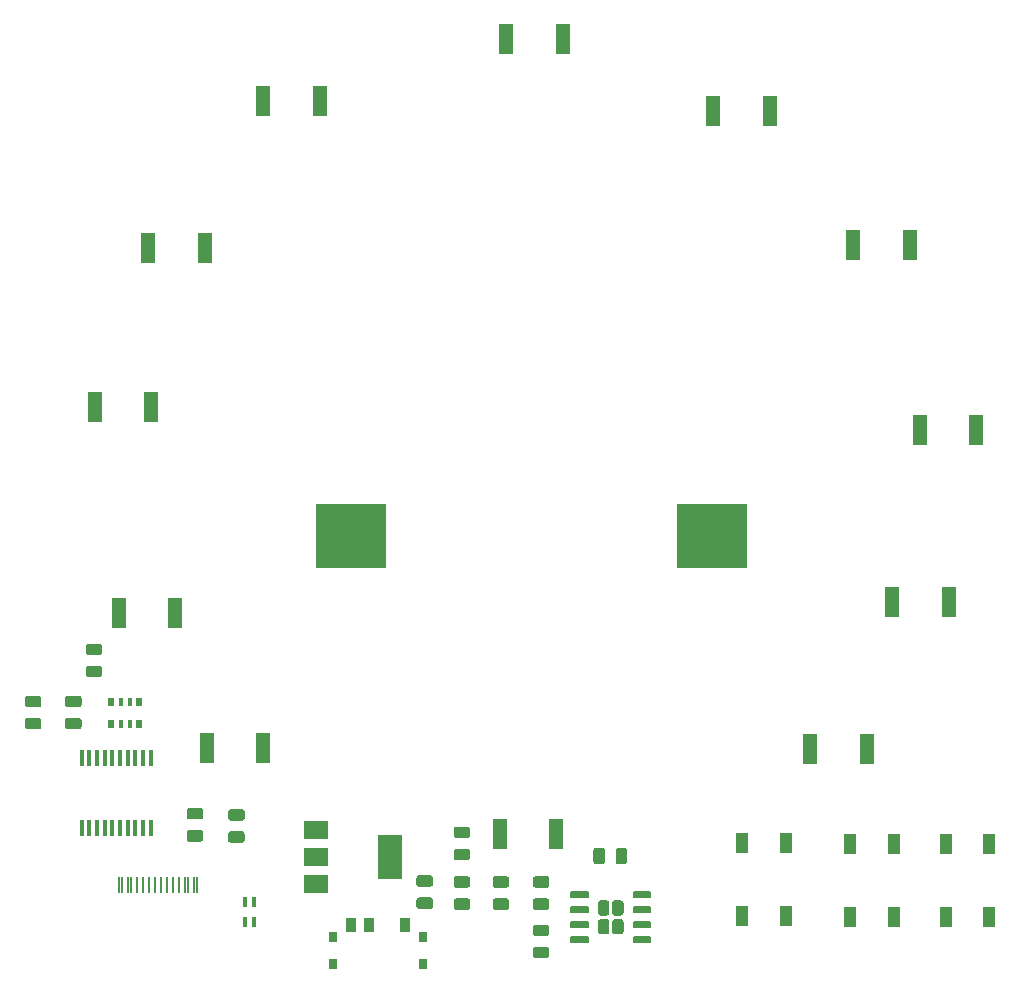
<source format=gbr>
G04 #@! TF.GenerationSoftware,KiCad,Pcbnew,5.1.5*
G04 #@! TF.CreationDate,2020-02-13T15:58:18-06:00*
G04 #@! TF.ProjectId,FJE Badge,464a4520-4261-4646-9765-2e6b69636164,rev?*
G04 #@! TF.SameCoordinates,Original*
G04 #@! TF.FileFunction,Paste,Bot*
G04 #@! TF.FilePolarity,Positive*
%FSLAX46Y46*%
G04 Gerber Fmt 4.6, Leading zero omitted, Abs format (unit mm)*
G04 Created by KiCad (PCBNEW 5.1.5) date 2020-02-13 15:58:18*
%MOMM*%
%LPD*%
G04 APERTURE LIST*
%ADD10R,1.200000X2.600000*%
%ADD11R,6.000000X5.500000*%
%ADD12C,0.100000*%
%ADD13R,0.250000X1.400000*%
%ADD14R,0.900000X1.250000*%
%ADD15R,0.800000X0.900000*%
%ADD16R,0.400000X0.900000*%
%ADD17R,0.500000X0.800000*%
%ADD18R,0.400000X0.800000*%
%ADD19R,1.100000X1.800000*%
%ADD20R,2.000000X3.800000*%
%ADD21R,2.000000X1.500000*%
%ADD22R,0.450000X1.450000*%
G04 APERTURE END LIST*
D10*
X157700000Y-131400000D03*
X152900000Y-131400000D03*
D11*
X140300000Y-106200000D03*
X170900000Y-106200000D03*
D12*
G36*
X156880142Y-136888674D02*
G01*
X156903803Y-136892184D01*
X156927007Y-136897996D01*
X156949529Y-136906054D01*
X156971153Y-136916282D01*
X156991670Y-136928579D01*
X157010883Y-136942829D01*
X157028607Y-136958893D01*
X157044671Y-136976617D01*
X157058921Y-136995830D01*
X157071218Y-137016347D01*
X157081446Y-137037971D01*
X157089504Y-137060493D01*
X157095316Y-137083697D01*
X157098826Y-137107358D01*
X157100000Y-137131250D01*
X157100000Y-137618750D01*
X157098826Y-137642642D01*
X157095316Y-137666303D01*
X157089504Y-137689507D01*
X157081446Y-137712029D01*
X157071218Y-137733653D01*
X157058921Y-137754170D01*
X157044671Y-137773383D01*
X157028607Y-137791107D01*
X157010883Y-137807171D01*
X156991670Y-137821421D01*
X156971153Y-137833718D01*
X156949529Y-137843946D01*
X156927007Y-137852004D01*
X156903803Y-137857816D01*
X156880142Y-137861326D01*
X156856250Y-137862500D01*
X155943750Y-137862500D01*
X155919858Y-137861326D01*
X155896197Y-137857816D01*
X155872993Y-137852004D01*
X155850471Y-137843946D01*
X155828847Y-137833718D01*
X155808330Y-137821421D01*
X155789117Y-137807171D01*
X155771393Y-137791107D01*
X155755329Y-137773383D01*
X155741079Y-137754170D01*
X155728782Y-137733653D01*
X155718554Y-137712029D01*
X155710496Y-137689507D01*
X155704684Y-137666303D01*
X155701174Y-137642642D01*
X155700000Y-137618750D01*
X155700000Y-137131250D01*
X155701174Y-137107358D01*
X155704684Y-137083697D01*
X155710496Y-137060493D01*
X155718554Y-137037971D01*
X155728782Y-137016347D01*
X155741079Y-136995830D01*
X155755329Y-136976617D01*
X155771393Y-136958893D01*
X155789117Y-136942829D01*
X155808330Y-136928579D01*
X155828847Y-136916282D01*
X155850471Y-136906054D01*
X155872993Y-136897996D01*
X155896197Y-136892184D01*
X155919858Y-136888674D01*
X155943750Y-136887500D01*
X156856250Y-136887500D01*
X156880142Y-136888674D01*
G37*
G36*
X156880142Y-135013674D02*
G01*
X156903803Y-135017184D01*
X156927007Y-135022996D01*
X156949529Y-135031054D01*
X156971153Y-135041282D01*
X156991670Y-135053579D01*
X157010883Y-135067829D01*
X157028607Y-135083893D01*
X157044671Y-135101617D01*
X157058921Y-135120830D01*
X157071218Y-135141347D01*
X157081446Y-135162971D01*
X157089504Y-135185493D01*
X157095316Y-135208697D01*
X157098826Y-135232358D01*
X157100000Y-135256250D01*
X157100000Y-135743750D01*
X157098826Y-135767642D01*
X157095316Y-135791303D01*
X157089504Y-135814507D01*
X157081446Y-135837029D01*
X157071218Y-135858653D01*
X157058921Y-135879170D01*
X157044671Y-135898383D01*
X157028607Y-135916107D01*
X157010883Y-135932171D01*
X156991670Y-135946421D01*
X156971153Y-135958718D01*
X156949529Y-135968946D01*
X156927007Y-135977004D01*
X156903803Y-135982816D01*
X156880142Y-135986326D01*
X156856250Y-135987500D01*
X155943750Y-135987500D01*
X155919858Y-135986326D01*
X155896197Y-135982816D01*
X155872993Y-135977004D01*
X155850471Y-135968946D01*
X155828847Y-135958718D01*
X155808330Y-135946421D01*
X155789117Y-135932171D01*
X155771393Y-135916107D01*
X155755329Y-135898383D01*
X155741079Y-135879170D01*
X155728782Y-135858653D01*
X155718554Y-135837029D01*
X155710496Y-135814507D01*
X155704684Y-135791303D01*
X155701174Y-135767642D01*
X155700000Y-135743750D01*
X155700000Y-135256250D01*
X155701174Y-135232358D01*
X155704684Y-135208697D01*
X155710496Y-135185493D01*
X155718554Y-135162971D01*
X155728782Y-135141347D01*
X155741079Y-135120830D01*
X155755329Y-135101617D01*
X155771393Y-135083893D01*
X155789117Y-135067829D01*
X155808330Y-135053579D01*
X155828847Y-135041282D01*
X155850471Y-135031054D01*
X155872993Y-135022996D01*
X155896197Y-135017184D01*
X155919858Y-135013674D01*
X155943750Y-135012500D01*
X156856250Y-135012500D01*
X156880142Y-135013674D01*
G37*
G36*
X150180142Y-135013674D02*
G01*
X150203803Y-135017184D01*
X150227007Y-135022996D01*
X150249529Y-135031054D01*
X150271153Y-135041282D01*
X150291670Y-135053579D01*
X150310883Y-135067829D01*
X150328607Y-135083893D01*
X150344671Y-135101617D01*
X150358921Y-135120830D01*
X150371218Y-135141347D01*
X150381446Y-135162971D01*
X150389504Y-135185493D01*
X150395316Y-135208697D01*
X150398826Y-135232358D01*
X150400000Y-135256250D01*
X150400000Y-135743750D01*
X150398826Y-135767642D01*
X150395316Y-135791303D01*
X150389504Y-135814507D01*
X150381446Y-135837029D01*
X150371218Y-135858653D01*
X150358921Y-135879170D01*
X150344671Y-135898383D01*
X150328607Y-135916107D01*
X150310883Y-135932171D01*
X150291670Y-135946421D01*
X150271153Y-135958718D01*
X150249529Y-135968946D01*
X150227007Y-135977004D01*
X150203803Y-135982816D01*
X150180142Y-135986326D01*
X150156250Y-135987500D01*
X149243750Y-135987500D01*
X149219858Y-135986326D01*
X149196197Y-135982816D01*
X149172993Y-135977004D01*
X149150471Y-135968946D01*
X149128847Y-135958718D01*
X149108330Y-135946421D01*
X149089117Y-135932171D01*
X149071393Y-135916107D01*
X149055329Y-135898383D01*
X149041079Y-135879170D01*
X149028782Y-135858653D01*
X149018554Y-135837029D01*
X149010496Y-135814507D01*
X149004684Y-135791303D01*
X149001174Y-135767642D01*
X149000000Y-135743750D01*
X149000000Y-135256250D01*
X149001174Y-135232358D01*
X149004684Y-135208697D01*
X149010496Y-135185493D01*
X149018554Y-135162971D01*
X149028782Y-135141347D01*
X149041079Y-135120830D01*
X149055329Y-135101617D01*
X149071393Y-135083893D01*
X149089117Y-135067829D01*
X149108330Y-135053579D01*
X149128847Y-135041282D01*
X149150471Y-135031054D01*
X149172993Y-135022996D01*
X149196197Y-135017184D01*
X149219858Y-135013674D01*
X149243750Y-135012500D01*
X150156250Y-135012500D01*
X150180142Y-135013674D01*
G37*
G36*
X150180142Y-136888674D02*
G01*
X150203803Y-136892184D01*
X150227007Y-136897996D01*
X150249529Y-136906054D01*
X150271153Y-136916282D01*
X150291670Y-136928579D01*
X150310883Y-136942829D01*
X150328607Y-136958893D01*
X150344671Y-136976617D01*
X150358921Y-136995830D01*
X150371218Y-137016347D01*
X150381446Y-137037971D01*
X150389504Y-137060493D01*
X150395316Y-137083697D01*
X150398826Y-137107358D01*
X150400000Y-137131250D01*
X150400000Y-137618750D01*
X150398826Y-137642642D01*
X150395316Y-137666303D01*
X150389504Y-137689507D01*
X150381446Y-137712029D01*
X150371218Y-137733653D01*
X150358921Y-137754170D01*
X150344671Y-137773383D01*
X150328607Y-137791107D01*
X150310883Y-137807171D01*
X150291670Y-137821421D01*
X150271153Y-137833718D01*
X150249529Y-137843946D01*
X150227007Y-137852004D01*
X150203803Y-137857816D01*
X150180142Y-137861326D01*
X150156250Y-137862500D01*
X149243750Y-137862500D01*
X149219858Y-137861326D01*
X149196197Y-137857816D01*
X149172993Y-137852004D01*
X149150471Y-137843946D01*
X149128847Y-137833718D01*
X149108330Y-137821421D01*
X149089117Y-137807171D01*
X149071393Y-137791107D01*
X149055329Y-137773383D01*
X149041079Y-137754170D01*
X149028782Y-137733653D01*
X149018554Y-137712029D01*
X149010496Y-137689507D01*
X149004684Y-137666303D01*
X149001174Y-137642642D01*
X149000000Y-137618750D01*
X149000000Y-137131250D01*
X149001174Y-137107358D01*
X149004684Y-137083697D01*
X149010496Y-137060493D01*
X149018554Y-137037971D01*
X149028782Y-137016347D01*
X149041079Y-136995830D01*
X149055329Y-136976617D01*
X149071393Y-136958893D01*
X149089117Y-136942829D01*
X149108330Y-136928579D01*
X149128847Y-136916282D01*
X149150471Y-136906054D01*
X149172993Y-136897996D01*
X149196197Y-136892184D01*
X149219858Y-136888674D01*
X149243750Y-136887500D01*
X150156250Y-136887500D01*
X150180142Y-136888674D01*
G37*
G36*
X150180142Y-130813674D02*
G01*
X150203803Y-130817184D01*
X150227007Y-130822996D01*
X150249529Y-130831054D01*
X150271153Y-130841282D01*
X150291670Y-130853579D01*
X150310883Y-130867829D01*
X150328607Y-130883893D01*
X150344671Y-130901617D01*
X150358921Y-130920830D01*
X150371218Y-130941347D01*
X150381446Y-130962971D01*
X150389504Y-130985493D01*
X150395316Y-131008697D01*
X150398826Y-131032358D01*
X150400000Y-131056250D01*
X150400000Y-131543750D01*
X150398826Y-131567642D01*
X150395316Y-131591303D01*
X150389504Y-131614507D01*
X150381446Y-131637029D01*
X150371218Y-131658653D01*
X150358921Y-131679170D01*
X150344671Y-131698383D01*
X150328607Y-131716107D01*
X150310883Y-131732171D01*
X150291670Y-131746421D01*
X150271153Y-131758718D01*
X150249529Y-131768946D01*
X150227007Y-131777004D01*
X150203803Y-131782816D01*
X150180142Y-131786326D01*
X150156250Y-131787500D01*
X149243750Y-131787500D01*
X149219858Y-131786326D01*
X149196197Y-131782816D01*
X149172993Y-131777004D01*
X149150471Y-131768946D01*
X149128847Y-131758718D01*
X149108330Y-131746421D01*
X149089117Y-131732171D01*
X149071393Y-131716107D01*
X149055329Y-131698383D01*
X149041079Y-131679170D01*
X149028782Y-131658653D01*
X149018554Y-131637029D01*
X149010496Y-131614507D01*
X149004684Y-131591303D01*
X149001174Y-131567642D01*
X149000000Y-131543750D01*
X149000000Y-131056250D01*
X149001174Y-131032358D01*
X149004684Y-131008697D01*
X149010496Y-130985493D01*
X149018554Y-130962971D01*
X149028782Y-130941347D01*
X149041079Y-130920830D01*
X149055329Y-130901617D01*
X149071393Y-130883893D01*
X149089117Y-130867829D01*
X149108330Y-130853579D01*
X149128847Y-130841282D01*
X149150471Y-130831054D01*
X149172993Y-130822996D01*
X149196197Y-130817184D01*
X149219858Y-130813674D01*
X149243750Y-130812500D01*
X150156250Y-130812500D01*
X150180142Y-130813674D01*
G37*
G36*
X150180142Y-132688674D02*
G01*
X150203803Y-132692184D01*
X150227007Y-132697996D01*
X150249529Y-132706054D01*
X150271153Y-132716282D01*
X150291670Y-132728579D01*
X150310883Y-132742829D01*
X150328607Y-132758893D01*
X150344671Y-132776617D01*
X150358921Y-132795830D01*
X150371218Y-132816347D01*
X150381446Y-132837971D01*
X150389504Y-132860493D01*
X150395316Y-132883697D01*
X150398826Y-132907358D01*
X150400000Y-132931250D01*
X150400000Y-133418750D01*
X150398826Y-133442642D01*
X150395316Y-133466303D01*
X150389504Y-133489507D01*
X150381446Y-133512029D01*
X150371218Y-133533653D01*
X150358921Y-133554170D01*
X150344671Y-133573383D01*
X150328607Y-133591107D01*
X150310883Y-133607171D01*
X150291670Y-133621421D01*
X150271153Y-133633718D01*
X150249529Y-133643946D01*
X150227007Y-133652004D01*
X150203803Y-133657816D01*
X150180142Y-133661326D01*
X150156250Y-133662500D01*
X149243750Y-133662500D01*
X149219858Y-133661326D01*
X149196197Y-133657816D01*
X149172993Y-133652004D01*
X149150471Y-133643946D01*
X149128847Y-133633718D01*
X149108330Y-133621421D01*
X149089117Y-133607171D01*
X149071393Y-133591107D01*
X149055329Y-133573383D01*
X149041079Y-133554170D01*
X149028782Y-133533653D01*
X149018554Y-133512029D01*
X149010496Y-133489507D01*
X149004684Y-133466303D01*
X149001174Y-133442642D01*
X149000000Y-133418750D01*
X149000000Y-132931250D01*
X149001174Y-132907358D01*
X149004684Y-132883697D01*
X149010496Y-132860493D01*
X149018554Y-132837971D01*
X149028782Y-132816347D01*
X149041079Y-132795830D01*
X149055329Y-132776617D01*
X149071393Y-132758893D01*
X149089117Y-132742829D01*
X149108330Y-132728579D01*
X149128847Y-132716282D01*
X149150471Y-132706054D01*
X149172993Y-132697996D01*
X149196197Y-132692184D01*
X149219858Y-132688674D01*
X149243750Y-132687500D01*
X150156250Y-132687500D01*
X150180142Y-132688674D01*
G37*
G36*
X163467642Y-132601174D02*
G01*
X163491303Y-132604684D01*
X163514507Y-132610496D01*
X163537029Y-132618554D01*
X163558653Y-132628782D01*
X163579170Y-132641079D01*
X163598383Y-132655329D01*
X163616107Y-132671393D01*
X163632171Y-132689117D01*
X163646421Y-132708330D01*
X163658718Y-132728847D01*
X163668946Y-132750471D01*
X163677004Y-132772993D01*
X163682816Y-132796197D01*
X163686326Y-132819858D01*
X163687500Y-132843750D01*
X163687500Y-133756250D01*
X163686326Y-133780142D01*
X163682816Y-133803803D01*
X163677004Y-133827007D01*
X163668946Y-133849529D01*
X163658718Y-133871153D01*
X163646421Y-133891670D01*
X163632171Y-133910883D01*
X163616107Y-133928607D01*
X163598383Y-133944671D01*
X163579170Y-133958921D01*
X163558653Y-133971218D01*
X163537029Y-133981446D01*
X163514507Y-133989504D01*
X163491303Y-133995316D01*
X163467642Y-133998826D01*
X163443750Y-134000000D01*
X162956250Y-134000000D01*
X162932358Y-133998826D01*
X162908697Y-133995316D01*
X162885493Y-133989504D01*
X162862971Y-133981446D01*
X162841347Y-133971218D01*
X162820830Y-133958921D01*
X162801617Y-133944671D01*
X162783893Y-133928607D01*
X162767829Y-133910883D01*
X162753579Y-133891670D01*
X162741282Y-133871153D01*
X162731054Y-133849529D01*
X162722996Y-133827007D01*
X162717184Y-133803803D01*
X162713674Y-133780142D01*
X162712500Y-133756250D01*
X162712500Y-132843750D01*
X162713674Y-132819858D01*
X162717184Y-132796197D01*
X162722996Y-132772993D01*
X162731054Y-132750471D01*
X162741282Y-132728847D01*
X162753579Y-132708330D01*
X162767829Y-132689117D01*
X162783893Y-132671393D01*
X162801617Y-132655329D01*
X162820830Y-132641079D01*
X162841347Y-132628782D01*
X162862971Y-132618554D01*
X162885493Y-132610496D01*
X162908697Y-132604684D01*
X162932358Y-132601174D01*
X162956250Y-132600000D01*
X163443750Y-132600000D01*
X163467642Y-132601174D01*
G37*
G36*
X161592642Y-132601174D02*
G01*
X161616303Y-132604684D01*
X161639507Y-132610496D01*
X161662029Y-132618554D01*
X161683653Y-132628782D01*
X161704170Y-132641079D01*
X161723383Y-132655329D01*
X161741107Y-132671393D01*
X161757171Y-132689117D01*
X161771421Y-132708330D01*
X161783718Y-132728847D01*
X161793946Y-132750471D01*
X161802004Y-132772993D01*
X161807816Y-132796197D01*
X161811326Y-132819858D01*
X161812500Y-132843750D01*
X161812500Y-133756250D01*
X161811326Y-133780142D01*
X161807816Y-133803803D01*
X161802004Y-133827007D01*
X161793946Y-133849529D01*
X161783718Y-133871153D01*
X161771421Y-133891670D01*
X161757171Y-133910883D01*
X161741107Y-133928607D01*
X161723383Y-133944671D01*
X161704170Y-133958921D01*
X161683653Y-133971218D01*
X161662029Y-133981446D01*
X161639507Y-133989504D01*
X161616303Y-133995316D01*
X161592642Y-133998826D01*
X161568750Y-134000000D01*
X161081250Y-134000000D01*
X161057358Y-133998826D01*
X161033697Y-133995316D01*
X161010493Y-133989504D01*
X160987971Y-133981446D01*
X160966347Y-133971218D01*
X160945830Y-133958921D01*
X160926617Y-133944671D01*
X160908893Y-133928607D01*
X160892829Y-133910883D01*
X160878579Y-133891670D01*
X160866282Y-133871153D01*
X160856054Y-133849529D01*
X160847996Y-133827007D01*
X160842184Y-133803803D01*
X160838674Y-133780142D01*
X160837500Y-133756250D01*
X160837500Y-132843750D01*
X160838674Y-132819858D01*
X160842184Y-132796197D01*
X160847996Y-132772993D01*
X160856054Y-132750471D01*
X160866282Y-132728847D01*
X160878579Y-132708330D01*
X160892829Y-132689117D01*
X160908893Y-132671393D01*
X160926617Y-132655329D01*
X160945830Y-132641079D01*
X160966347Y-132628782D01*
X160987971Y-132618554D01*
X161010493Y-132610496D01*
X161033697Y-132604684D01*
X161057358Y-132601174D01*
X161081250Y-132600000D01*
X161568750Y-132600000D01*
X161592642Y-132601174D01*
G37*
G36*
X119030142Y-115313674D02*
G01*
X119053803Y-115317184D01*
X119077007Y-115322996D01*
X119099529Y-115331054D01*
X119121153Y-115341282D01*
X119141670Y-115353579D01*
X119160883Y-115367829D01*
X119178607Y-115383893D01*
X119194671Y-115401617D01*
X119208921Y-115420830D01*
X119221218Y-115441347D01*
X119231446Y-115462971D01*
X119239504Y-115485493D01*
X119245316Y-115508697D01*
X119248826Y-115532358D01*
X119250000Y-115556250D01*
X119250000Y-116043750D01*
X119248826Y-116067642D01*
X119245316Y-116091303D01*
X119239504Y-116114507D01*
X119231446Y-116137029D01*
X119221218Y-116158653D01*
X119208921Y-116179170D01*
X119194671Y-116198383D01*
X119178607Y-116216107D01*
X119160883Y-116232171D01*
X119141670Y-116246421D01*
X119121153Y-116258718D01*
X119099529Y-116268946D01*
X119077007Y-116277004D01*
X119053803Y-116282816D01*
X119030142Y-116286326D01*
X119006250Y-116287500D01*
X118093750Y-116287500D01*
X118069858Y-116286326D01*
X118046197Y-116282816D01*
X118022993Y-116277004D01*
X118000471Y-116268946D01*
X117978847Y-116258718D01*
X117958330Y-116246421D01*
X117939117Y-116232171D01*
X117921393Y-116216107D01*
X117905329Y-116198383D01*
X117891079Y-116179170D01*
X117878782Y-116158653D01*
X117868554Y-116137029D01*
X117860496Y-116114507D01*
X117854684Y-116091303D01*
X117851174Y-116067642D01*
X117850000Y-116043750D01*
X117850000Y-115556250D01*
X117851174Y-115532358D01*
X117854684Y-115508697D01*
X117860496Y-115485493D01*
X117868554Y-115462971D01*
X117878782Y-115441347D01*
X117891079Y-115420830D01*
X117905329Y-115401617D01*
X117921393Y-115383893D01*
X117939117Y-115367829D01*
X117958330Y-115353579D01*
X117978847Y-115341282D01*
X118000471Y-115331054D01*
X118022993Y-115322996D01*
X118046197Y-115317184D01*
X118069858Y-115313674D01*
X118093750Y-115312500D01*
X119006250Y-115312500D01*
X119030142Y-115313674D01*
G37*
G36*
X119030142Y-117188674D02*
G01*
X119053803Y-117192184D01*
X119077007Y-117197996D01*
X119099529Y-117206054D01*
X119121153Y-117216282D01*
X119141670Y-117228579D01*
X119160883Y-117242829D01*
X119178607Y-117258893D01*
X119194671Y-117276617D01*
X119208921Y-117295830D01*
X119221218Y-117316347D01*
X119231446Y-117337971D01*
X119239504Y-117360493D01*
X119245316Y-117383697D01*
X119248826Y-117407358D01*
X119250000Y-117431250D01*
X119250000Y-117918750D01*
X119248826Y-117942642D01*
X119245316Y-117966303D01*
X119239504Y-117989507D01*
X119231446Y-118012029D01*
X119221218Y-118033653D01*
X119208921Y-118054170D01*
X119194671Y-118073383D01*
X119178607Y-118091107D01*
X119160883Y-118107171D01*
X119141670Y-118121421D01*
X119121153Y-118133718D01*
X119099529Y-118143946D01*
X119077007Y-118152004D01*
X119053803Y-118157816D01*
X119030142Y-118161326D01*
X119006250Y-118162500D01*
X118093750Y-118162500D01*
X118069858Y-118161326D01*
X118046197Y-118157816D01*
X118022993Y-118152004D01*
X118000471Y-118143946D01*
X117978847Y-118133718D01*
X117958330Y-118121421D01*
X117939117Y-118107171D01*
X117921393Y-118091107D01*
X117905329Y-118073383D01*
X117891079Y-118054170D01*
X117878782Y-118033653D01*
X117868554Y-118012029D01*
X117860496Y-117989507D01*
X117854684Y-117966303D01*
X117851174Y-117942642D01*
X117850000Y-117918750D01*
X117850000Y-117431250D01*
X117851174Y-117407358D01*
X117854684Y-117383697D01*
X117860496Y-117360493D01*
X117868554Y-117337971D01*
X117878782Y-117316347D01*
X117891079Y-117295830D01*
X117905329Y-117276617D01*
X117921393Y-117258893D01*
X117939117Y-117242829D01*
X117958330Y-117228579D01*
X117978847Y-117216282D01*
X118000471Y-117206054D01*
X118022993Y-117197996D01*
X118046197Y-117192184D01*
X118069858Y-117188674D01*
X118093750Y-117187500D01*
X119006250Y-117187500D01*
X119030142Y-117188674D01*
G37*
G36*
X127580142Y-131113674D02*
G01*
X127603803Y-131117184D01*
X127627007Y-131122996D01*
X127649529Y-131131054D01*
X127671153Y-131141282D01*
X127691670Y-131153579D01*
X127710883Y-131167829D01*
X127728607Y-131183893D01*
X127744671Y-131201617D01*
X127758921Y-131220830D01*
X127771218Y-131241347D01*
X127781446Y-131262971D01*
X127789504Y-131285493D01*
X127795316Y-131308697D01*
X127798826Y-131332358D01*
X127800000Y-131356250D01*
X127800000Y-131843750D01*
X127798826Y-131867642D01*
X127795316Y-131891303D01*
X127789504Y-131914507D01*
X127781446Y-131937029D01*
X127771218Y-131958653D01*
X127758921Y-131979170D01*
X127744671Y-131998383D01*
X127728607Y-132016107D01*
X127710883Y-132032171D01*
X127691670Y-132046421D01*
X127671153Y-132058718D01*
X127649529Y-132068946D01*
X127627007Y-132077004D01*
X127603803Y-132082816D01*
X127580142Y-132086326D01*
X127556250Y-132087500D01*
X126643750Y-132087500D01*
X126619858Y-132086326D01*
X126596197Y-132082816D01*
X126572993Y-132077004D01*
X126550471Y-132068946D01*
X126528847Y-132058718D01*
X126508330Y-132046421D01*
X126489117Y-132032171D01*
X126471393Y-132016107D01*
X126455329Y-131998383D01*
X126441079Y-131979170D01*
X126428782Y-131958653D01*
X126418554Y-131937029D01*
X126410496Y-131914507D01*
X126404684Y-131891303D01*
X126401174Y-131867642D01*
X126400000Y-131843750D01*
X126400000Y-131356250D01*
X126401174Y-131332358D01*
X126404684Y-131308697D01*
X126410496Y-131285493D01*
X126418554Y-131262971D01*
X126428782Y-131241347D01*
X126441079Y-131220830D01*
X126455329Y-131201617D01*
X126471393Y-131183893D01*
X126489117Y-131167829D01*
X126508330Y-131153579D01*
X126528847Y-131141282D01*
X126550471Y-131131054D01*
X126572993Y-131122996D01*
X126596197Y-131117184D01*
X126619858Y-131113674D01*
X126643750Y-131112500D01*
X127556250Y-131112500D01*
X127580142Y-131113674D01*
G37*
G36*
X127580142Y-129238674D02*
G01*
X127603803Y-129242184D01*
X127627007Y-129247996D01*
X127649529Y-129256054D01*
X127671153Y-129266282D01*
X127691670Y-129278579D01*
X127710883Y-129292829D01*
X127728607Y-129308893D01*
X127744671Y-129326617D01*
X127758921Y-129345830D01*
X127771218Y-129366347D01*
X127781446Y-129387971D01*
X127789504Y-129410493D01*
X127795316Y-129433697D01*
X127798826Y-129457358D01*
X127800000Y-129481250D01*
X127800000Y-129968750D01*
X127798826Y-129992642D01*
X127795316Y-130016303D01*
X127789504Y-130039507D01*
X127781446Y-130062029D01*
X127771218Y-130083653D01*
X127758921Y-130104170D01*
X127744671Y-130123383D01*
X127728607Y-130141107D01*
X127710883Y-130157171D01*
X127691670Y-130171421D01*
X127671153Y-130183718D01*
X127649529Y-130193946D01*
X127627007Y-130202004D01*
X127603803Y-130207816D01*
X127580142Y-130211326D01*
X127556250Y-130212500D01*
X126643750Y-130212500D01*
X126619858Y-130211326D01*
X126596197Y-130207816D01*
X126572993Y-130202004D01*
X126550471Y-130193946D01*
X126528847Y-130183718D01*
X126508330Y-130171421D01*
X126489117Y-130157171D01*
X126471393Y-130141107D01*
X126455329Y-130123383D01*
X126441079Y-130104170D01*
X126428782Y-130083653D01*
X126418554Y-130062029D01*
X126410496Y-130039507D01*
X126404684Y-130016303D01*
X126401174Y-129992642D01*
X126400000Y-129968750D01*
X126400000Y-129481250D01*
X126401174Y-129457358D01*
X126404684Y-129433697D01*
X126410496Y-129410493D01*
X126418554Y-129387971D01*
X126428782Y-129366347D01*
X126441079Y-129345830D01*
X126455329Y-129326617D01*
X126471393Y-129308893D01*
X126489117Y-129292829D01*
X126508330Y-129278579D01*
X126528847Y-129266282D01*
X126550471Y-129256054D01*
X126572993Y-129247996D01*
X126596197Y-129242184D01*
X126619858Y-129238674D01*
X126643750Y-129237500D01*
X127556250Y-129237500D01*
X127580142Y-129238674D01*
G37*
G36*
X131080142Y-129338674D02*
G01*
X131103803Y-129342184D01*
X131127007Y-129347996D01*
X131149529Y-129356054D01*
X131171153Y-129366282D01*
X131191670Y-129378579D01*
X131210883Y-129392829D01*
X131228607Y-129408893D01*
X131244671Y-129426617D01*
X131258921Y-129445830D01*
X131271218Y-129466347D01*
X131281446Y-129487971D01*
X131289504Y-129510493D01*
X131295316Y-129533697D01*
X131298826Y-129557358D01*
X131300000Y-129581250D01*
X131300000Y-130068750D01*
X131298826Y-130092642D01*
X131295316Y-130116303D01*
X131289504Y-130139507D01*
X131281446Y-130162029D01*
X131271218Y-130183653D01*
X131258921Y-130204170D01*
X131244671Y-130223383D01*
X131228607Y-130241107D01*
X131210883Y-130257171D01*
X131191670Y-130271421D01*
X131171153Y-130283718D01*
X131149529Y-130293946D01*
X131127007Y-130302004D01*
X131103803Y-130307816D01*
X131080142Y-130311326D01*
X131056250Y-130312500D01*
X130143750Y-130312500D01*
X130119858Y-130311326D01*
X130096197Y-130307816D01*
X130072993Y-130302004D01*
X130050471Y-130293946D01*
X130028847Y-130283718D01*
X130008330Y-130271421D01*
X129989117Y-130257171D01*
X129971393Y-130241107D01*
X129955329Y-130223383D01*
X129941079Y-130204170D01*
X129928782Y-130183653D01*
X129918554Y-130162029D01*
X129910496Y-130139507D01*
X129904684Y-130116303D01*
X129901174Y-130092642D01*
X129900000Y-130068750D01*
X129900000Y-129581250D01*
X129901174Y-129557358D01*
X129904684Y-129533697D01*
X129910496Y-129510493D01*
X129918554Y-129487971D01*
X129928782Y-129466347D01*
X129941079Y-129445830D01*
X129955329Y-129426617D01*
X129971393Y-129408893D01*
X129989117Y-129392829D01*
X130008330Y-129378579D01*
X130028847Y-129366282D01*
X130050471Y-129356054D01*
X130072993Y-129347996D01*
X130096197Y-129342184D01*
X130119858Y-129338674D01*
X130143750Y-129337500D01*
X131056250Y-129337500D01*
X131080142Y-129338674D01*
G37*
G36*
X131080142Y-131213674D02*
G01*
X131103803Y-131217184D01*
X131127007Y-131222996D01*
X131149529Y-131231054D01*
X131171153Y-131241282D01*
X131191670Y-131253579D01*
X131210883Y-131267829D01*
X131228607Y-131283893D01*
X131244671Y-131301617D01*
X131258921Y-131320830D01*
X131271218Y-131341347D01*
X131281446Y-131362971D01*
X131289504Y-131385493D01*
X131295316Y-131408697D01*
X131298826Y-131432358D01*
X131300000Y-131456250D01*
X131300000Y-131943750D01*
X131298826Y-131967642D01*
X131295316Y-131991303D01*
X131289504Y-132014507D01*
X131281446Y-132037029D01*
X131271218Y-132058653D01*
X131258921Y-132079170D01*
X131244671Y-132098383D01*
X131228607Y-132116107D01*
X131210883Y-132132171D01*
X131191670Y-132146421D01*
X131171153Y-132158718D01*
X131149529Y-132168946D01*
X131127007Y-132177004D01*
X131103803Y-132182816D01*
X131080142Y-132186326D01*
X131056250Y-132187500D01*
X130143750Y-132187500D01*
X130119858Y-132186326D01*
X130096197Y-132182816D01*
X130072993Y-132177004D01*
X130050471Y-132168946D01*
X130028847Y-132158718D01*
X130008330Y-132146421D01*
X129989117Y-132132171D01*
X129971393Y-132116107D01*
X129955329Y-132098383D01*
X129941079Y-132079170D01*
X129928782Y-132058653D01*
X129918554Y-132037029D01*
X129910496Y-132014507D01*
X129904684Y-131991303D01*
X129901174Y-131967642D01*
X129900000Y-131943750D01*
X129900000Y-131456250D01*
X129901174Y-131432358D01*
X129904684Y-131408697D01*
X129910496Y-131385493D01*
X129918554Y-131362971D01*
X129928782Y-131341347D01*
X129941079Y-131320830D01*
X129955329Y-131301617D01*
X129971393Y-131283893D01*
X129989117Y-131267829D01*
X130008330Y-131253579D01*
X130028847Y-131241282D01*
X130050471Y-131231054D01*
X130072993Y-131222996D01*
X130096197Y-131217184D01*
X130119858Y-131213674D01*
X130143750Y-131212500D01*
X131056250Y-131212500D01*
X131080142Y-131213674D01*
G37*
G36*
X117280142Y-121613674D02*
G01*
X117303803Y-121617184D01*
X117327007Y-121622996D01*
X117349529Y-121631054D01*
X117371153Y-121641282D01*
X117391670Y-121653579D01*
X117410883Y-121667829D01*
X117428607Y-121683893D01*
X117444671Y-121701617D01*
X117458921Y-121720830D01*
X117471218Y-121741347D01*
X117481446Y-121762971D01*
X117489504Y-121785493D01*
X117495316Y-121808697D01*
X117498826Y-121832358D01*
X117500000Y-121856250D01*
X117500000Y-122343750D01*
X117498826Y-122367642D01*
X117495316Y-122391303D01*
X117489504Y-122414507D01*
X117481446Y-122437029D01*
X117471218Y-122458653D01*
X117458921Y-122479170D01*
X117444671Y-122498383D01*
X117428607Y-122516107D01*
X117410883Y-122532171D01*
X117391670Y-122546421D01*
X117371153Y-122558718D01*
X117349529Y-122568946D01*
X117327007Y-122577004D01*
X117303803Y-122582816D01*
X117280142Y-122586326D01*
X117256250Y-122587500D01*
X116343750Y-122587500D01*
X116319858Y-122586326D01*
X116296197Y-122582816D01*
X116272993Y-122577004D01*
X116250471Y-122568946D01*
X116228847Y-122558718D01*
X116208330Y-122546421D01*
X116189117Y-122532171D01*
X116171393Y-122516107D01*
X116155329Y-122498383D01*
X116141079Y-122479170D01*
X116128782Y-122458653D01*
X116118554Y-122437029D01*
X116110496Y-122414507D01*
X116104684Y-122391303D01*
X116101174Y-122367642D01*
X116100000Y-122343750D01*
X116100000Y-121856250D01*
X116101174Y-121832358D01*
X116104684Y-121808697D01*
X116110496Y-121785493D01*
X116118554Y-121762971D01*
X116128782Y-121741347D01*
X116141079Y-121720830D01*
X116155329Y-121701617D01*
X116171393Y-121683893D01*
X116189117Y-121667829D01*
X116208330Y-121653579D01*
X116228847Y-121641282D01*
X116250471Y-121631054D01*
X116272993Y-121622996D01*
X116296197Y-121617184D01*
X116319858Y-121613674D01*
X116343750Y-121612500D01*
X117256250Y-121612500D01*
X117280142Y-121613674D01*
G37*
G36*
X117280142Y-119738674D02*
G01*
X117303803Y-119742184D01*
X117327007Y-119747996D01*
X117349529Y-119756054D01*
X117371153Y-119766282D01*
X117391670Y-119778579D01*
X117410883Y-119792829D01*
X117428607Y-119808893D01*
X117444671Y-119826617D01*
X117458921Y-119845830D01*
X117471218Y-119866347D01*
X117481446Y-119887971D01*
X117489504Y-119910493D01*
X117495316Y-119933697D01*
X117498826Y-119957358D01*
X117500000Y-119981250D01*
X117500000Y-120468750D01*
X117498826Y-120492642D01*
X117495316Y-120516303D01*
X117489504Y-120539507D01*
X117481446Y-120562029D01*
X117471218Y-120583653D01*
X117458921Y-120604170D01*
X117444671Y-120623383D01*
X117428607Y-120641107D01*
X117410883Y-120657171D01*
X117391670Y-120671421D01*
X117371153Y-120683718D01*
X117349529Y-120693946D01*
X117327007Y-120702004D01*
X117303803Y-120707816D01*
X117280142Y-120711326D01*
X117256250Y-120712500D01*
X116343750Y-120712500D01*
X116319858Y-120711326D01*
X116296197Y-120707816D01*
X116272993Y-120702004D01*
X116250471Y-120693946D01*
X116228847Y-120683718D01*
X116208330Y-120671421D01*
X116189117Y-120657171D01*
X116171393Y-120641107D01*
X116155329Y-120623383D01*
X116141079Y-120604170D01*
X116128782Y-120583653D01*
X116118554Y-120562029D01*
X116110496Y-120539507D01*
X116104684Y-120516303D01*
X116101174Y-120492642D01*
X116100000Y-120468750D01*
X116100000Y-119981250D01*
X116101174Y-119957358D01*
X116104684Y-119933697D01*
X116110496Y-119910493D01*
X116118554Y-119887971D01*
X116128782Y-119866347D01*
X116141079Y-119845830D01*
X116155329Y-119826617D01*
X116171393Y-119808893D01*
X116189117Y-119792829D01*
X116208330Y-119778579D01*
X116228847Y-119766282D01*
X116250471Y-119756054D01*
X116272993Y-119747996D01*
X116296197Y-119742184D01*
X116319858Y-119738674D01*
X116343750Y-119737500D01*
X117256250Y-119737500D01*
X117280142Y-119738674D01*
G37*
G36*
X113880142Y-119738674D02*
G01*
X113903803Y-119742184D01*
X113927007Y-119747996D01*
X113949529Y-119756054D01*
X113971153Y-119766282D01*
X113991670Y-119778579D01*
X114010883Y-119792829D01*
X114028607Y-119808893D01*
X114044671Y-119826617D01*
X114058921Y-119845830D01*
X114071218Y-119866347D01*
X114081446Y-119887971D01*
X114089504Y-119910493D01*
X114095316Y-119933697D01*
X114098826Y-119957358D01*
X114100000Y-119981250D01*
X114100000Y-120468750D01*
X114098826Y-120492642D01*
X114095316Y-120516303D01*
X114089504Y-120539507D01*
X114081446Y-120562029D01*
X114071218Y-120583653D01*
X114058921Y-120604170D01*
X114044671Y-120623383D01*
X114028607Y-120641107D01*
X114010883Y-120657171D01*
X113991670Y-120671421D01*
X113971153Y-120683718D01*
X113949529Y-120693946D01*
X113927007Y-120702004D01*
X113903803Y-120707816D01*
X113880142Y-120711326D01*
X113856250Y-120712500D01*
X112943750Y-120712500D01*
X112919858Y-120711326D01*
X112896197Y-120707816D01*
X112872993Y-120702004D01*
X112850471Y-120693946D01*
X112828847Y-120683718D01*
X112808330Y-120671421D01*
X112789117Y-120657171D01*
X112771393Y-120641107D01*
X112755329Y-120623383D01*
X112741079Y-120604170D01*
X112728782Y-120583653D01*
X112718554Y-120562029D01*
X112710496Y-120539507D01*
X112704684Y-120516303D01*
X112701174Y-120492642D01*
X112700000Y-120468750D01*
X112700000Y-119981250D01*
X112701174Y-119957358D01*
X112704684Y-119933697D01*
X112710496Y-119910493D01*
X112718554Y-119887971D01*
X112728782Y-119866347D01*
X112741079Y-119845830D01*
X112755329Y-119826617D01*
X112771393Y-119808893D01*
X112789117Y-119792829D01*
X112808330Y-119778579D01*
X112828847Y-119766282D01*
X112850471Y-119756054D01*
X112872993Y-119747996D01*
X112896197Y-119742184D01*
X112919858Y-119738674D01*
X112943750Y-119737500D01*
X113856250Y-119737500D01*
X113880142Y-119738674D01*
G37*
G36*
X113880142Y-121613674D02*
G01*
X113903803Y-121617184D01*
X113927007Y-121622996D01*
X113949529Y-121631054D01*
X113971153Y-121641282D01*
X113991670Y-121653579D01*
X114010883Y-121667829D01*
X114028607Y-121683893D01*
X114044671Y-121701617D01*
X114058921Y-121720830D01*
X114071218Y-121741347D01*
X114081446Y-121762971D01*
X114089504Y-121785493D01*
X114095316Y-121808697D01*
X114098826Y-121832358D01*
X114100000Y-121856250D01*
X114100000Y-122343750D01*
X114098826Y-122367642D01*
X114095316Y-122391303D01*
X114089504Y-122414507D01*
X114081446Y-122437029D01*
X114071218Y-122458653D01*
X114058921Y-122479170D01*
X114044671Y-122498383D01*
X114028607Y-122516107D01*
X114010883Y-122532171D01*
X113991670Y-122546421D01*
X113971153Y-122558718D01*
X113949529Y-122568946D01*
X113927007Y-122577004D01*
X113903803Y-122582816D01*
X113880142Y-122586326D01*
X113856250Y-122587500D01*
X112943750Y-122587500D01*
X112919858Y-122586326D01*
X112896197Y-122582816D01*
X112872993Y-122577004D01*
X112850471Y-122568946D01*
X112828847Y-122558718D01*
X112808330Y-122546421D01*
X112789117Y-122532171D01*
X112771393Y-122516107D01*
X112755329Y-122498383D01*
X112741079Y-122479170D01*
X112728782Y-122458653D01*
X112718554Y-122437029D01*
X112710496Y-122414507D01*
X112704684Y-122391303D01*
X112701174Y-122367642D01*
X112700000Y-122343750D01*
X112700000Y-121856250D01*
X112701174Y-121832358D01*
X112704684Y-121808697D01*
X112710496Y-121785493D01*
X112718554Y-121762971D01*
X112728782Y-121741347D01*
X112741079Y-121720830D01*
X112755329Y-121701617D01*
X112771393Y-121683893D01*
X112789117Y-121667829D01*
X112808330Y-121653579D01*
X112828847Y-121641282D01*
X112850471Y-121631054D01*
X112872993Y-121622996D01*
X112896197Y-121617184D01*
X112919858Y-121613674D01*
X112943750Y-121612500D01*
X113856250Y-121612500D01*
X113880142Y-121613674D01*
G37*
D10*
X128100000Y-124200000D03*
X132900000Y-124200000D03*
X120650000Y-112750000D03*
X125450000Y-112750000D03*
X118600000Y-95300000D03*
X123400000Y-95300000D03*
X127950000Y-81850000D03*
X123150000Y-81850000D03*
X132900000Y-69350000D03*
X137700000Y-69350000D03*
X158250000Y-64100000D03*
X153450000Y-64100000D03*
X170950000Y-70200000D03*
X175750000Y-70200000D03*
X182800000Y-81600000D03*
X187600000Y-81600000D03*
X193250000Y-97250000D03*
X188450000Y-97250000D03*
X186100000Y-111800000D03*
X190900000Y-111800000D03*
X179200000Y-124250000D03*
X184000000Y-124250000D03*
D13*
X123730000Y-135800000D03*
X124230000Y-135800000D03*
X124730000Y-135800000D03*
X123230000Y-135800000D03*
X122730000Y-135800000D03*
X125230000Y-135800000D03*
X122230000Y-135800000D03*
X125730000Y-135800000D03*
X127305000Y-135800000D03*
X127055000Y-135800000D03*
X126505000Y-135800000D03*
X126255000Y-135800000D03*
X121705000Y-135800000D03*
X121455000Y-135800000D03*
X120905000Y-135800000D03*
X120655000Y-135800000D03*
D14*
X144850000Y-139175000D03*
X141850000Y-139175000D03*
X140350000Y-139175000D03*
D15*
X138800000Y-140150000D03*
X146410000Y-140150000D03*
X146400000Y-142450000D03*
X138800000Y-142450000D03*
D12*
G36*
X156880142Y-139113674D02*
G01*
X156903803Y-139117184D01*
X156927007Y-139122996D01*
X156949529Y-139131054D01*
X156971153Y-139141282D01*
X156991670Y-139153579D01*
X157010883Y-139167829D01*
X157028607Y-139183893D01*
X157044671Y-139201617D01*
X157058921Y-139220830D01*
X157071218Y-139241347D01*
X157081446Y-139262971D01*
X157089504Y-139285493D01*
X157095316Y-139308697D01*
X157098826Y-139332358D01*
X157100000Y-139356250D01*
X157100000Y-139843750D01*
X157098826Y-139867642D01*
X157095316Y-139891303D01*
X157089504Y-139914507D01*
X157081446Y-139937029D01*
X157071218Y-139958653D01*
X157058921Y-139979170D01*
X157044671Y-139998383D01*
X157028607Y-140016107D01*
X157010883Y-140032171D01*
X156991670Y-140046421D01*
X156971153Y-140058718D01*
X156949529Y-140068946D01*
X156927007Y-140077004D01*
X156903803Y-140082816D01*
X156880142Y-140086326D01*
X156856250Y-140087500D01*
X155943750Y-140087500D01*
X155919858Y-140086326D01*
X155896197Y-140082816D01*
X155872993Y-140077004D01*
X155850471Y-140068946D01*
X155828847Y-140058718D01*
X155808330Y-140046421D01*
X155789117Y-140032171D01*
X155771393Y-140016107D01*
X155755329Y-139998383D01*
X155741079Y-139979170D01*
X155728782Y-139958653D01*
X155718554Y-139937029D01*
X155710496Y-139914507D01*
X155704684Y-139891303D01*
X155701174Y-139867642D01*
X155700000Y-139843750D01*
X155700000Y-139356250D01*
X155701174Y-139332358D01*
X155704684Y-139308697D01*
X155710496Y-139285493D01*
X155718554Y-139262971D01*
X155728782Y-139241347D01*
X155741079Y-139220830D01*
X155755329Y-139201617D01*
X155771393Y-139183893D01*
X155789117Y-139167829D01*
X155808330Y-139153579D01*
X155828847Y-139141282D01*
X155850471Y-139131054D01*
X155872993Y-139122996D01*
X155896197Y-139117184D01*
X155919858Y-139113674D01*
X155943750Y-139112500D01*
X156856250Y-139112500D01*
X156880142Y-139113674D01*
G37*
G36*
X156880142Y-140988674D02*
G01*
X156903803Y-140992184D01*
X156927007Y-140997996D01*
X156949529Y-141006054D01*
X156971153Y-141016282D01*
X156991670Y-141028579D01*
X157010883Y-141042829D01*
X157028607Y-141058893D01*
X157044671Y-141076617D01*
X157058921Y-141095830D01*
X157071218Y-141116347D01*
X157081446Y-141137971D01*
X157089504Y-141160493D01*
X157095316Y-141183697D01*
X157098826Y-141207358D01*
X157100000Y-141231250D01*
X157100000Y-141718750D01*
X157098826Y-141742642D01*
X157095316Y-141766303D01*
X157089504Y-141789507D01*
X157081446Y-141812029D01*
X157071218Y-141833653D01*
X157058921Y-141854170D01*
X157044671Y-141873383D01*
X157028607Y-141891107D01*
X157010883Y-141907171D01*
X156991670Y-141921421D01*
X156971153Y-141933718D01*
X156949529Y-141943946D01*
X156927007Y-141952004D01*
X156903803Y-141957816D01*
X156880142Y-141961326D01*
X156856250Y-141962500D01*
X155943750Y-141962500D01*
X155919858Y-141961326D01*
X155896197Y-141957816D01*
X155872993Y-141952004D01*
X155850471Y-141943946D01*
X155828847Y-141933718D01*
X155808330Y-141921421D01*
X155789117Y-141907171D01*
X155771393Y-141891107D01*
X155755329Y-141873383D01*
X155741079Y-141854170D01*
X155728782Y-141833653D01*
X155718554Y-141812029D01*
X155710496Y-141789507D01*
X155704684Y-141766303D01*
X155701174Y-141742642D01*
X155700000Y-141718750D01*
X155700000Y-141231250D01*
X155701174Y-141207358D01*
X155704684Y-141183697D01*
X155710496Y-141160493D01*
X155718554Y-141137971D01*
X155728782Y-141116347D01*
X155741079Y-141095830D01*
X155755329Y-141076617D01*
X155771393Y-141058893D01*
X155789117Y-141042829D01*
X155808330Y-141028579D01*
X155828847Y-141016282D01*
X155850471Y-141006054D01*
X155872993Y-140997996D01*
X155896197Y-140992184D01*
X155919858Y-140988674D01*
X155943750Y-140987500D01*
X156856250Y-140987500D01*
X156880142Y-140988674D01*
G37*
G36*
X153480142Y-136888674D02*
G01*
X153503803Y-136892184D01*
X153527007Y-136897996D01*
X153549529Y-136906054D01*
X153571153Y-136916282D01*
X153591670Y-136928579D01*
X153610883Y-136942829D01*
X153628607Y-136958893D01*
X153644671Y-136976617D01*
X153658921Y-136995830D01*
X153671218Y-137016347D01*
X153681446Y-137037971D01*
X153689504Y-137060493D01*
X153695316Y-137083697D01*
X153698826Y-137107358D01*
X153700000Y-137131250D01*
X153700000Y-137618750D01*
X153698826Y-137642642D01*
X153695316Y-137666303D01*
X153689504Y-137689507D01*
X153681446Y-137712029D01*
X153671218Y-137733653D01*
X153658921Y-137754170D01*
X153644671Y-137773383D01*
X153628607Y-137791107D01*
X153610883Y-137807171D01*
X153591670Y-137821421D01*
X153571153Y-137833718D01*
X153549529Y-137843946D01*
X153527007Y-137852004D01*
X153503803Y-137857816D01*
X153480142Y-137861326D01*
X153456250Y-137862500D01*
X152543750Y-137862500D01*
X152519858Y-137861326D01*
X152496197Y-137857816D01*
X152472993Y-137852004D01*
X152450471Y-137843946D01*
X152428847Y-137833718D01*
X152408330Y-137821421D01*
X152389117Y-137807171D01*
X152371393Y-137791107D01*
X152355329Y-137773383D01*
X152341079Y-137754170D01*
X152328782Y-137733653D01*
X152318554Y-137712029D01*
X152310496Y-137689507D01*
X152304684Y-137666303D01*
X152301174Y-137642642D01*
X152300000Y-137618750D01*
X152300000Y-137131250D01*
X152301174Y-137107358D01*
X152304684Y-137083697D01*
X152310496Y-137060493D01*
X152318554Y-137037971D01*
X152328782Y-137016347D01*
X152341079Y-136995830D01*
X152355329Y-136976617D01*
X152371393Y-136958893D01*
X152389117Y-136942829D01*
X152408330Y-136928579D01*
X152428847Y-136916282D01*
X152450471Y-136906054D01*
X152472993Y-136897996D01*
X152496197Y-136892184D01*
X152519858Y-136888674D01*
X152543750Y-136887500D01*
X153456250Y-136887500D01*
X153480142Y-136888674D01*
G37*
G36*
X153480142Y-135013674D02*
G01*
X153503803Y-135017184D01*
X153527007Y-135022996D01*
X153549529Y-135031054D01*
X153571153Y-135041282D01*
X153591670Y-135053579D01*
X153610883Y-135067829D01*
X153628607Y-135083893D01*
X153644671Y-135101617D01*
X153658921Y-135120830D01*
X153671218Y-135141347D01*
X153681446Y-135162971D01*
X153689504Y-135185493D01*
X153695316Y-135208697D01*
X153698826Y-135232358D01*
X153700000Y-135256250D01*
X153700000Y-135743750D01*
X153698826Y-135767642D01*
X153695316Y-135791303D01*
X153689504Y-135814507D01*
X153681446Y-135837029D01*
X153671218Y-135858653D01*
X153658921Y-135879170D01*
X153644671Y-135898383D01*
X153628607Y-135916107D01*
X153610883Y-135932171D01*
X153591670Y-135946421D01*
X153571153Y-135958718D01*
X153549529Y-135968946D01*
X153527007Y-135977004D01*
X153503803Y-135982816D01*
X153480142Y-135986326D01*
X153456250Y-135987500D01*
X152543750Y-135987500D01*
X152519858Y-135986326D01*
X152496197Y-135982816D01*
X152472993Y-135977004D01*
X152450471Y-135968946D01*
X152428847Y-135958718D01*
X152408330Y-135946421D01*
X152389117Y-135932171D01*
X152371393Y-135916107D01*
X152355329Y-135898383D01*
X152341079Y-135879170D01*
X152328782Y-135858653D01*
X152318554Y-135837029D01*
X152310496Y-135814507D01*
X152304684Y-135791303D01*
X152301174Y-135767642D01*
X152300000Y-135743750D01*
X152300000Y-135256250D01*
X152301174Y-135232358D01*
X152304684Y-135208697D01*
X152310496Y-135185493D01*
X152318554Y-135162971D01*
X152328782Y-135141347D01*
X152341079Y-135120830D01*
X152355329Y-135101617D01*
X152371393Y-135083893D01*
X152389117Y-135067829D01*
X152408330Y-135053579D01*
X152428847Y-135041282D01*
X152450471Y-135031054D01*
X152472993Y-135022996D01*
X152496197Y-135017184D01*
X152519858Y-135013674D01*
X152543750Y-135012500D01*
X153456250Y-135012500D01*
X153480142Y-135013674D01*
G37*
D16*
X132100000Y-138900000D03*
X131300000Y-138900000D03*
X131300000Y-137200000D03*
X132100000Y-137200000D03*
D17*
X122400000Y-122100000D03*
D18*
X120800000Y-122100000D03*
X121600000Y-122100000D03*
D17*
X120000000Y-122100000D03*
D18*
X121600000Y-120300000D03*
D17*
X122400000Y-120300000D03*
D18*
X120800000Y-120300000D03*
D17*
X120000000Y-120300000D03*
D19*
X177150000Y-138400000D03*
X177150000Y-132200000D03*
X173450000Y-138400000D03*
X173450000Y-132200000D03*
X182550000Y-132300000D03*
X182550000Y-138500000D03*
X186250000Y-132300000D03*
X186250000Y-138500000D03*
X190650000Y-132300000D03*
X190650000Y-138500000D03*
X194350000Y-132300000D03*
X194350000Y-138500000D03*
D20*
X143650000Y-133400000D03*
D21*
X137350000Y-133400000D03*
X137350000Y-131100000D03*
X137350000Y-135700000D03*
D12*
G36*
X161966269Y-138656168D02*
G01*
X161989809Y-138659660D01*
X162012894Y-138665442D01*
X162035301Y-138673459D01*
X162056814Y-138683634D01*
X162077226Y-138695869D01*
X162096340Y-138710045D01*
X162113973Y-138726027D01*
X162129955Y-138743660D01*
X162144131Y-138762774D01*
X162156366Y-138783186D01*
X162166541Y-138804699D01*
X162174558Y-138827106D01*
X162180340Y-138850191D01*
X162183832Y-138873731D01*
X162185000Y-138897500D01*
X162185000Y-139702500D01*
X162183832Y-139726269D01*
X162180340Y-139749809D01*
X162174558Y-139772894D01*
X162166541Y-139795301D01*
X162156366Y-139816814D01*
X162144131Y-139837226D01*
X162129955Y-139856340D01*
X162113973Y-139873973D01*
X162096340Y-139889955D01*
X162077226Y-139904131D01*
X162056814Y-139916366D01*
X162035301Y-139926541D01*
X162012894Y-139934558D01*
X161989809Y-139940340D01*
X161966269Y-139943832D01*
X161942500Y-139945000D01*
X161457500Y-139945000D01*
X161433731Y-139943832D01*
X161410191Y-139940340D01*
X161387106Y-139934558D01*
X161364699Y-139926541D01*
X161343186Y-139916366D01*
X161322774Y-139904131D01*
X161303660Y-139889955D01*
X161286027Y-139873973D01*
X161270045Y-139856340D01*
X161255869Y-139837226D01*
X161243634Y-139816814D01*
X161233459Y-139795301D01*
X161225442Y-139772894D01*
X161219660Y-139749809D01*
X161216168Y-139726269D01*
X161215000Y-139702500D01*
X161215000Y-138897500D01*
X161216168Y-138873731D01*
X161219660Y-138850191D01*
X161225442Y-138827106D01*
X161233459Y-138804699D01*
X161243634Y-138783186D01*
X161255869Y-138762774D01*
X161270045Y-138743660D01*
X161286027Y-138726027D01*
X161303660Y-138710045D01*
X161322774Y-138695869D01*
X161343186Y-138683634D01*
X161364699Y-138673459D01*
X161387106Y-138665442D01*
X161410191Y-138659660D01*
X161433731Y-138656168D01*
X161457500Y-138655000D01*
X161942500Y-138655000D01*
X161966269Y-138656168D01*
G37*
G36*
X161966269Y-137056168D02*
G01*
X161989809Y-137059660D01*
X162012894Y-137065442D01*
X162035301Y-137073459D01*
X162056814Y-137083634D01*
X162077226Y-137095869D01*
X162096340Y-137110045D01*
X162113973Y-137126027D01*
X162129955Y-137143660D01*
X162144131Y-137162774D01*
X162156366Y-137183186D01*
X162166541Y-137204699D01*
X162174558Y-137227106D01*
X162180340Y-137250191D01*
X162183832Y-137273731D01*
X162185000Y-137297500D01*
X162185000Y-138102500D01*
X162183832Y-138126269D01*
X162180340Y-138149809D01*
X162174558Y-138172894D01*
X162166541Y-138195301D01*
X162156366Y-138216814D01*
X162144131Y-138237226D01*
X162129955Y-138256340D01*
X162113973Y-138273973D01*
X162096340Y-138289955D01*
X162077226Y-138304131D01*
X162056814Y-138316366D01*
X162035301Y-138326541D01*
X162012894Y-138334558D01*
X161989809Y-138340340D01*
X161966269Y-138343832D01*
X161942500Y-138345000D01*
X161457500Y-138345000D01*
X161433731Y-138343832D01*
X161410191Y-138340340D01*
X161387106Y-138334558D01*
X161364699Y-138326541D01*
X161343186Y-138316366D01*
X161322774Y-138304131D01*
X161303660Y-138289955D01*
X161286027Y-138273973D01*
X161270045Y-138256340D01*
X161255869Y-138237226D01*
X161243634Y-138216814D01*
X161233459Y-138195301D01*
X161225442Y-138172894D01*
X161219660Y-138149809D01*
X161216168Y-138126269D01*
X161215000Y-138102500D01*
X161215000Y-137297500D01*
X161216168Y-137273731D01*
X161219660Y-137250191D01*
X161225442Y-137227106D01*
X161233459Y-137204699D01*
X161243634Y-137183186D01*
X161255869Y-137162774D01*
X161270045Y-137143660D01*
X161286027Y-137126027D01*
X161303660Y-137110045D01*
X161322774Y-137095869D01*
X161343186Y-137083634D01*
X161364699Y-137073459D01*
X161387106Y-137065442D01*
X161410191Y-137059660D01*
X161433731Y-137056168D01*
X161457500Y-137055000D01*
X161942500Y-137055000D01*
X161966269Y-137056168D01*
G37*
G36*
X163166269Y-138656168D02*
G01*
X163189809Y-138659660D01*
X163212894Y-138665442D01*
X163235301Y-138673459D01*
X163256814Y-138683634D01*
X163277226Y-138695869D01*
X163296340Y-138710045D01*
X163313973Y-138726027D01*
X163329955Y-138743660D01*
X163344131Y-138762774D01*
X163356366Y-138783186D01*
X163366541Y-138804699D01*
X163374558Y-138827106D01*
X163380340Y-138850191D01*
X163383832Y-138873731D01*
X163385000Y-138897500D01*
X163385000Y-139702500D01*
X163383832Y-139726269D01*
X163380340Y-139749809D01*
X163374558Y-139772894D01*
X163366541Y-139795301D01*
X163356366Y-139816814D01*
X163344131Y-139837226D01*
X163329955Y-139856340D01*
X163313973Y-139873973D01*
X163296340Y-139889955D01*
X163277226Y-139904131D01*
X163256814Y-139916366D01*
X163235301Y-139926541D01*
X163212894Y-139934558D01*
X163189809Y-139940340D01*
X163166269Y-139943832D01*
X163142500Y-139945000D01*
X162657500Y-139945000D01*
X162633731Y-139943832D01*
X162610191Y-139940340D01*
X162587106Y-139934558D01*
X162564699Y-139926541D01*
X162543186Y-139916366D01*
X162522774Y-139904131D01*
X162503660Y-139889955D01*
X162486027Y-139873973D01*
X162470045Y-139856340D01*
X162455869Y-139837226D01*
X162443634Y-139816814D01*
X162433459Y-139795301D01*
X162425442Y-139772894D01*
X162419660Y-139749809D01*
X162416168Y-139726269D01*
X162415000Y-139702500D01*
X162415000Y-138897500D01*
X162416168Y-138873731D01*
X162419660Y-138850191D01*
X162425442Y-138827106D01*
X162433459Y-138804699D01*
X162443634Y-138783186D01*
X162455869Y-138762774D01*
X162470045Y-138743660D01*
X162486027Y-138726027D01*
X162503660Y-138710045D01*
X162522774Y-138695869D01*
X162543186Y-138683634D01*
X162564699Y-138673459D01*
X162587106Y-138665442D01*
X162610191Y-138659660D01*
X162633731Y-138656168D01*
X162657500Y-138655000D01*
X163142500Y-138655000D01*
X163166269Y-138656168D01*
G37*
G36*
X163166269Y-137056168D02*
G01*
X163189809Y-137059660D01*
X163212894Y-137065442D01*
X163235301Y-137073459D01*
X163256814Y-137083634D01*
X163277226Y-137095869D01*
X163296340Y-137110045D01*
X163313973Y-137126027D01*
X163329955Y-137143660D01*
X163344131Y-137162774D01*
X163356366Y-137183186D01*
X163366541Y-137204699D01*
X163374558Y-137227106D01*
X163380340Y-137250191D01*
X163383832Y-137273731D01*
X163385000Y-137297500D01*
X163385000Y-138102500D01*
X163383832Y-138126269D01*
X163380340Y-138149809D01*
X163374558Y-138172894D01*
X163366541Y-138195301D01*
X163356366Y-138216814D01*
X163344131Y-138237226D01*
X163329955Y-138256340D01*
X163313973Y-138273973D01*
X163296340Y-138289955D01*
X163277226Y-138304131D01*
X163256814Y-138316366D01*
X163235301Y-138326541D01*
X163212894Y-138334558D01*
X163189809Y-138340340D01*
X163166269Y-138343832D01*
X163142500Y-138345000D01*
X162657500Y-138345000D01*
X162633731Y-138343832D01*
X162610191Y-138340340D01*
X162587106Y-138334558D01*
X162564699Y-138326541D01*
X162543186Y-138316366D01*
X162522774Y-138304131D01*
X162503660Y-138289955D01*
X162486027Y-138273973D01*
X162470045Y-138256340D01*
X162455869Y-138237226D01*
X162443634Y-138216814D01*
X162433459Y-138195301D01*
X162425442Y-138172894D01*
X162419660Y-138149809D01*
X162416168Y-138126269D01*
X162415000Y-138102500D01*
X162415000Y-137297500D01*
X162416168Y-137273731D01*
X162419660Y-137250191D01*
X162425442Y-137227106D01*
X162433459Y-137204699D01*
X162443634Y-137183186D01*
X162455869Y-137162774D01*
X162470045Y-137143660D01*
X162486027Y-137126027D01*
X162503660Y-137110045D01*
X162522774Y-137095869D01*
X162543186Y-137083634D01*
X162564699Y-137073459D01*
X162587106Y-137065442D01*
X162610191Y-137059660D01*
X162633731Y-137056168D01*
X162657500Y-137055000D01*
X163142500Y-137055000D01*
X163166269Y-137056168D01*
G37*
G36*
X160314703Y-140105722D02*
G01*
X160329264Y-140107882D01*
X160343543Y-140111459D01*
X160357403Y-140116418D01*
X160370710Y-140122712D01*
X160383336Y-140130280D01*
X160395159Y-140139048D01*
X160406066Y-140148934D01*
X160415952Y-140159841D01*
X160424720Y-140171664D01*
X160432288Y-140184290D01*
X160438582Y-140197597D01*
X160443541Y-140211457D01*
X160447118Y-140225736D01*
X160449278Y-140240297D01*
X160450000Y-140255000D01*
X160450000Y-140555000D01*
X160449278Y-140569703D01*
X160447118Y-140584264D01*
X160443541Y-140598543D01*
X160438582Y-140612403D01*
X160432288Y-140625710D01*
X160424720Y-140638336D01*
X160415952Y-140650159D01*
X160406066Y-140661066D01*
X160395159Y-140670952D01*
X160383336Y-140679720D01*
X160370710Y-140687288D01*
X160357403Y-140693582D01*
X160343543Y-140698541D01*
X160329264Y-140702118D01*
X160314703Y-140704278D01*
X160300000Y-140705000D01*
X159000000Y-140705000D01*
X158985297Y-140704278D01*
X158970736Y-140702118D01*
X158956457Y-140698541D01*
X158942597Y-140693582D01*
X158929290Y-140687288D01*
X158916664Y-140679720D01*
X158904841Y-140670952D01*
X158893934Y-140661066D01*
X158884048Y-140650159D01*
X158875280Y-140638336D01*
X158867712Y-140625710D01*
X158861418Y-140612403D01*
X158856459Y-140598543D01*
X158852882Y-140584264D01*
X158850722Y-140569703D01*
X158850000Y-140555000D01*
X158850000Y-140255000D01*
X158850722Y-140240297D01*
X158852882Y-140225736D01*
X158856459Y-140211457D01*
X158861418Y-140197597D01*
X158867712Y-140184290D01*
X158875280Y-140171664D01*
X158884048Y-140159841D01*
X158893934Y-140148934D01*
X158904841Y-140139048D01*
X158916664Y-140130280D01*
X158929290Y-140122712D01*
X158942597Y-140116418D01*
X158956457Y-140111459D01*
X158970736Y-140107882D01*
X158985297Y-140105722D01*
X159000000Y-140105000D01*
X160300000Y-140105000D01*
X160314703Y-140105722D01*
G37*
G36*
X160314703Y-138835722D02*
G01*
X160329264Y-138837882D01*
X160343543Y-138841459D01*
X160357403Y-138846418D01*
X160370710Y-138852712D01*
X160383336Y-138860280D01*
X160395159Y-138869048D01*
X160406066Y-138878934D01*
X160415952Y-138889841D01*
X160424720Y-138901664D01*
X160432288Y-138914290D01*
X160438582Y-138927597D01*
X160443541Y-138941457D01*
X160447118Y-138955736D01*
X160449278Y-138970297D01*
X160450000Y-138985000D01*
X160450000Y-139285000D01*
X160449278Y-139299703D01*
X160447118Y-139314264D01*
X160443541Y-139328543D01*
X160438582Y-139342403D01*
X160432288Y-139355710D01*
X160424720Y-139368336D01*
X160415952Y-139380159D01*
X160406066Y-139391066D01*
X160395159Y-139400952D01*
X160383336Y-139409720D01*
X160370710Y-139417288D01*
X160357403Y-139423582D01*
X160343543Y-139428541D01*
X160329264Y-139432118D01*
X160314703Y-139434278D01*
X160300000Y-139435000D01*
X159000000Y-139435000D01*
X158985297Y-139434278D01*
X158970736Y-139432118D01*
X158956457Y-139428541D01*
X158942597Y-139423582D01*
X158929290Y-139417288D01*
X158916664Y-139409720D01*
X158904841Y-139400952D01*
X158893934Y-139391066D01*
X158884048Y-139380159D01*
X158875280Y-139368336D01*
X158867712Y-139355710D01*
X158861418Y-139342403D01*
X158856459Y-139328543D01*
X158852882Y-139314264D01*
X158850722Y-139299703D01*
X158850000Y-139285000D01*
X158850000Y-138985000D01*
X158850722Y-138970297D01*
X158852882Y-138955736D01*
X158856459Y-138941457D01*
X158861418Y-138927597D01*
X158867712Y-138914290D01*
X158875280Y-138901664D01*
X158884048Y-138889841D01*
X158893934Y-138878934D01*
X158904841Y-138869048D01*
X158916664Y-138860280D01*
X158929290Y-138852712D01*
X158942597Y-138846418D01*
X158956457Y-138841459D01*
X158970736Y-138837882D01*
X158985297Y-138835722D01*
X159000000Y-138835000D01*
X160300000Y-138835000D01*
X160314703Y-138835722D01*
G37*
G36*
X160314703Y-137565722D02*
G01*
X160329264Y-137567882D01*
X160343543Y-137571459D01*
X160357403Y-137576418D01*
X160370710Y-137582712D01*
X160383336Y-137590280D01*
X160395159Y-137599048D01*
X160406066Y-137608934D01*
X160415952Y-137619841D01*
X160424720Y-137631664D01*
X160432288Y-137644290D01*
X160438582Y-137657597D01*
X160443541Y-137671457D01*
X160447118Y-137685736D01*
X160449278Y-137700297D01*
X160450000Y-137715000D01*
X160450000Y-138015000D01*
X160449278Y-138029703D01*
X160447118Y-138044264D01*
X160443541Y-138058543D01*
X160438582Y-138072403D01*
X160432288Y-138085710D01*
X160424720Y-138098336D01*
X160415952Y-138110159D01*
X160406066Y-138121066D01*
X160395159Y-138130952D01*
X160383336Y-138139720D01*
X160370710Y-138147288D01*
X160357403Y-138153582D01*
X160343543Y-138158541D01*
X160329264Y-138162118D01*
X160314703Y-138164278D01*
X160300000Y-138165000D01*
X159000000Y-138165000D01*
X158985297Y-138164278D01*
X158970736Y-138162118D01*
X158956457Y-138158541D01*
X158942597Y-138153582D01*
X158929290Y-138147288D01*
X158916664Y-138139720D01*
X158904841Y-138130952D01*
X158893934Y-138121066D01*
X158884048Y-138110159D01*
X158875280Y-138098336D01*
X158867712Y-138085710D01*
X158861418Y-138072403D01*
X158856459Y-138058543D01*
X158852882Y-138044264D01*
X158850722Y-138029703D01*
X158850000Y-138015000D01*
X158850000Y-137715000D01*
X158850722Y-137700297D01*
X158852882Y-137685736D01*
X158856459Y-137671457D01*
X158861418Y-137657597D01*
X158867712Y-137644290D01*
X158875280Y-137631664D01*
X158884048Y-137619841D01*
X158893934Y-137608934D01*
X158904841Y-137599048D01*
X158916664Y-137590280D01*
X158929290Y-137582712D01*
X158942597Y-137576418D01*
X158956457Y-137571459D01*
X158970736Y-137567882D01*
X158985297Y-137565722D01*
X159000000Y-137565000D01*
X160300000Y-137565000D01*
X160314703Y-137565722D01*
G37*
G36*
X160314703Y-136295722D02*
G01*
X160329264Y-136297882D01*
X160343543Y-136301459D01*
X160357403Y-136306418D01*
X160370710Y-136312712D01*
X160383336Y-136320280D01*
X160395159Y-136329048D01*
X160406066Y-136338934D01*
X160415952Y-136349841D01*
X160424720Y-136361664D01*
X160432288Y-136374290D01*
X160438582Y-136387597D01*
X160443541Y-136401457D01*
X160447118Y-136415736D01*
X160449278Y-136430297D01*
X160450000Y-136445000D01*
X160450000Y-136745000D01*
X160449278Y-136759703D01*
X160447118Y-136774264D01*
X160443541Y-136788543D01*
X160438582Y-136802403D01*
X160432288Y-136815710D01*
X160424720Y-136828336D01*
X160415952Y-136840159D01*
X160406066Y-136851066D01*
X160395159Y-136860952D01*
X160383336Y-136869720D01*
X160370710Y-136877288D01*
X160357403Y-136883582D01*
X160343543Y-136888541D01*
X160329264Y-136892118D01*
X160314703Y-136894278D01*
X160300000Y-136895000D01*
X159000000Y-136895000D01*
X158985297Y-136894278D01*
X158970736Y-136892118D01*
X158956457Y-136888541D01*
X158942597Y-136883582D01*
X158929290Y-136877288D01*
X158916664Y-136869720D01*
X158904841Y-136860952D01*
X158893934Y-136851066D01*
X158884048Y-136840159D01*
X158875280Y-136828336D01*
X158867712Y-136815710D01*
X158861418Y-136802403D01*
X158856459Y-136788543D01*
X158852882Y-136774264D01*
X158850722Y-136759703D01*
X158850000Y-136745000D01*
X158850000Y-136445000D01*
X158850722Y-136430297D01*
X158852882Y-136415736D01*
X158856459Y-136401457D01*
X158861418Y-136387597D01*
X158867712Y-136374290D01*
X158875280Y-136361664D01*
X158884048Y-136349841D01*
X158893934Y-136338934D01*
X158904841Y-136329048D01*
X158916664Y-136320280D01*
X158929290Y-136312712D01*
X158942597Y-136306418D01*
X158956457Y-136301459D01*
X158970736Y-136297882D01*
X158985297Y-136295722D01*
X159000000Y-136295000D01*
X160300000Y-136295000D01*
X160314703Y-136295722D01*
G37*
G36*
X165614703Y-136295722D02*
G01*
X165629264Y-136297882D01*
X165643543Y-136301459D01*
X165657403Y-136306418D01*
X165670710Y-136312712D01*
X165683336Y-136320280D01*
X165695159Y-136329048D01*
X165706066Y-136338934D01*
X165715952Y-136349841D01*
X165724720Y-136361664D01*
X165732288Y-136374290D01*
X165738582Y-136387597D01*
X165743541Y-136401457D01*
X165747118Y-136415736D01*
X165749278Y-136430297D01*
X165750000Y-136445000D01*
X165750000Y-136745000D01*
X165749278Y-136759703D01*
X165747118Y-136774264D01*
X165743541Y-136788543D01*
X165738582Y-136802403D01*
X165732288Y-136815710D01*
X165724720Y-136828336D01*
X165715952Y-136840159D01*
X165706066Y-136851066D01*
X165695159Y-136860952D01*
X165683336Y-136869720D01*
X165670710Y-136877288D01*
X165657403Y-136883582D01*
X165643543Y-136888541D01*
X165629264Y-136892118D01*
X165614703Y-136894278D01*
X165600000Y-136895000D01*
X164300000Y-136895000D01*
X164285297Y-136894278D01*
X164270736Y-136892118D01*
X164256457Y-136888541D01*
X164242597Y-136883582D01*
X164229290Y-136877288D01*
X164216664Y-136869720D01*
X164204841Y-136860952D01*
X164193934Y-136851066D01*
X164184048Y-136840159D01*
X164175280Y-136828336D01*
X164167712Y-136815710D01*
X164161418Y-136802403D01*
X164156459Y-136788543D01*
X164152882Y-136774264D01*
X164150722Y-136759703D01*
X164150000Y-136745000D01*
X164150000Y-136445000D01*
X164150722Y-136430297D01*
X164152882Y-136415736D01*
X164156459Y-136401457D01*
X164161418Y-136387597D01*
X164167712Y-136374290D01*
X164175280Y-136361664D01*
X164184048Y-136349841D01*
X164193934Y-136338934D01*
X164204841Y-136329048D01*
X164216664Y-136320280D01*
X164229290Y-136312712D01*
X164242597Y-136306418D01*
X164256457Y-136301459D01*
X164270736Y-136297882D01*
X164285297Y-136295722D01*
X164300000Y-136295000D01*
X165600000Y-136295000D01*
X165614703Y-136295722D01*
G37*
G36*
X165614703Y-137565722D02*
G01*
X165629264Y-137567882D01*
X165643543Y-137571459D01*
X165657403Y-137576418D01*
X165670710Y-137582712D01*
X165683336Y-137590280D01*
X165695159Y-137599048D01*
X165706066Y-137608934D01*
X165715952Y-137619841D01*
X165724720Y-137631664D01*
X165732288Y-137644290D01*
X165738582Y-137657597D01*
X165743541Y-137671457D01*
X165747118Y-137685736D01*
X165749278Y-137700297D01*
X165750000Y-137715000D01*
X165750000Y-138015000D01*
X165749278Y-138029703D01*
X165747118Y-138044264D01*
X165743541Y-138058543D01*
X165738582Y-138072403D01*
X165732288Y-138085710D01*
X165724720Y-138098336D01*
X165715952Y-138110159D01*
X165706066Y-138121066D01*
X165695159Y-138130952D01*
X165683336Y-138139720D01*
X165670710Y-138147288D01*
X165657403Y-138153582D01*
X165643543Y-138158541D01*
X165629264Y-138162118D01*
X165614703Y-138164278D01*
X165600000Y-138165000D01*
X164300000Y-138165000D01*
X164285297Y-138164278D01*
X164270736Y-138162118D01*
X164256457Y-138158541D01*
X164242597Y-138153582D01*
X164229290Y-138147288D01*
X164216664Y-138139720D01*
X164204841Y-138130952D01*
X164193934Y-138121066D01*
X164184048Y-138110159D01*
X164175280Y-138098336D01*
X164167712Y-138085710D01*
X164161418Y-138072403D01*
X164156459Y-138058543D01*
X164152882Y-138044264D01*
X164150722Y-138029703D01*
X164150000Y-138015000D01*
X164150000Y-137715000D01*
X164150722Y-137700297D01*
X164152882Y-137685736D01*
X164156459Y-137671457D01*
X164161418Y-137657597D01*
X164167712Y-137644290D01*
X164175280Y-137631664D01*
X164184048Y-137619841D01*
X164193934Y-137608934D01*
X164204841Y-137599048D01*
X164216664Y-137590280D01*
X164229290Y-137582712D01*
X164242597Y-137576418D01*
X164256457Y-137571459D01*
X164270736Y-137567882D01*
X164285297Y-137565722D01*
X164300000Y-137565000D01*
X165600000Y-137565000D01*
X165614703Y-137565722D01*
G37*
G36*
X165614703Y-138835722D02*
G01*
X165629264Y-138837882D01*
X165643543Y-138841459D01*
X165657403Y-138846418D01*
X165670710Y-138852712D01*
X165683336Y-138860280D01*
X165695159Y-138869048D01*
X165706066Y-138878934D01*
X165715952Y-138889841D01*
X165724720Y-138901664D01*
X165732288Y-138914290D01*
X165738582Y-138927597D01*
X165743541Y-138941457D01*
X165747118Y-138955736D01*
X165749278Y-138970297D01*
X165750000Y-138985000D01*
X165750000Y-139285000D01*
X165749278Y-139299703D01*
X165747118Y-139314264D01*
X165743541Y-139328543D01*
X165738582Y-139342403D01*
X165732288Y-139355710D01*
X165724720Y-139368336D01*
X165715952Y-139380159D01*
X165706066Y-139391066D01*
X165695159Y-139400952D01*
X165683336Y-139409720D01*
X165670710Y-139417288D01*
X165657403Y-139423582D01*
X165643543Y-139428541D01*
X165629264Y-139432118D01*
X165614703Y-139434278D01*
X165600000Y-139435000D01*
X164300000Y-139435000D01*
X164285297Y-139434278D01*
X164270736Y-139432118D01*
X164256457Y-139428541D01*
X164242597Y-139423582D01*
X164229290Y-139417288D01*
X164216664Y-139409720D01*
X164204841Y-139400952D01*
X164193934Y-139391066D01*
X164184048Y-139380159D01*
X164175280Y-139368336D01*
X164167712Y-139355710D01*
X164161418Y-139342403D01*
X164156459Y-139328543D01*
X164152882Y-139314264D01*
X164150722Y-139299703D01*
X164150000Y-139285000D01*
X164150000Y-138985000D01*
X164150722Y-138970297D01*
X164152882Y-138955736D01*
X164156459Y-138941457D01*
X164161418Y-138927597D01*
X164167712Y-138914290D01*
X164175280Y-138901664D01*
X164184048Y-138889841D01*
X164193934Y-138878934D01*
X164204841Y-138869048D01*
X164216664Y-138860280D01*
X164229290Y-138852712D01*
X164242597Y-138846418D01*
X164256457Y-138841459D01*
X164270736Y-138837882D01*
X164285297Y-138835722D01*
X164300000Y-138835000D01*
X165600000Y-138835000D01*
X165614703Y-138835722D01*
G37*
G36*
X165614703Y-140105722D02*
G01*
X165629264Y-140107882D01*
X165643543Y-140111459D01*
X165657403Y-140116418D01*
X165670710Y-140122712D01*
X165683336Y-140130280D01*
X165695159Y-140139048D01*
X165706066Y-140148934D01*
X165715952Y-140159841D01*
X165724720Y-140171664D01*
X165732288Y-140184290D01*
X165738582Y-140197597D01*
X165743541Y-140211457D01*
X165747118Y-140225736D01*
X165749278Y-140240297D01*
X165750000Y-140255000D01*
X165750000Y-140555000D01*
X165749278Y-140569703D01*
X165747118Y-140584264D01*
X165743541Y-140598543D01*
X165738582Y-140612403D01*
X165732288Y-140625710D01*
X165724720Y-140638336D01*
X165715952Y-140650159D01*
X165706066Y-140661066D01*
X165695159Y-140670952D01*
X165683336Y-140679720D01*
X165670710Y-140687288D01*
X165657403Y-140693582D01*
X165643543Y-140698541D01*
X165629264Y-140702118D01*
X165614703Y-140704278D01*
X165600000Y-140705000D01*
X164300000Y-140705000D01*
X164285297Y-140704278D01*
X164270736Y-140702118D01*
X164256457Y-140698541D01*
X164242597Y-140693582D01*
X164229290Y-140687288D01*
X164216664Y-140679720D01*
X164204841Y-140670952D01*
X164193934Y-140661066D01*
X164184048Y-140650159D01*
X164175280Y-140638336D01*
X164167712Y-140625710D01*
X164161418Y-140612403D01*
X164156459Y-140598543D01*
X164152882Y-140584264D01*
X164150722Y-140569703D01*
X164150000Y-140555000D01*
X164150000Y-140255000D01*
X164150722Y-140240297D01*
X164152882Y-140225736D01*
X164156459Y-140211457D01*
X164161418Y-140197597D01*
X164167712Y-140184290D01*
X164175280Y-140171664D01*
X164184048Y-140159841D01*
X164193934Y-140148934D01*
X164204841Y-140139048D01*
X164216664Y-140130280D01*
X164229290Y-140122712D01*
X164242597Y-140116418D01*
X164256457Y-140111459D01*
X164270736Y-140107882D01*
X164285297Y-140105722D01*
X164300000Y-140105000D01*
X165600000Y-140105000D01*
X165614703Y-140105722D01*
G37*
D22*
X117500000Y-125000000D03*
X118150000Y-125000000D03*
X118800000Y-125000000D03*
X119450000Y-125000000D03*
X120100000Y-125000000D03*
X120750000Y-125000000D03*
X121400000Y-125000000D03*
X122050000Y-125000000D03*
X122700000Y-125000000D03*
X123350000Y-125000000D03*
X123350000Y-130900000D03*
X122700000Y-130900000D03*
X122050000Y-130900000D03*
X121400000Y-130900000D03*
X120750000Y-130900000D03*
X120100000Y-130900000D03*
X119450000Y-130900000D03*
X118800000Y-130900000D03*
X118150000Y-130900000D03*
X117500000Y-130900000D03*
D12*
G36*
X147030142Y-136813674D02*
G01*
X147053803Y-136817184D01*
X147077007Y-136822996D01*
X147099529Y-136831054D01*
X147121153Y-136841282D01*
X147141670Y-136853579D01*
X147160883Y-136867829D01*
X147178607Y-136883893D01*
X147194671Y-136901617D01*
X147208921Y-136920830D01*
X147221218Y-136941347D01*
X147231446Y-136962971D01*
X147239504Y-136985493D01*
X147245316Y-137008697D01*
X147248826Y-137032358D01*
X147250000Y-137056250D01*
X147250000Y-137543750D01*
X147248826Y-137567642D01*
X147245316Y-137591303D01*
X147239504Y-137614507D01*
X147231446Y-137637029D01*
X147221218Y-137658653D01*
X147208921Y-137679170D01*
X147194671Y-137698383D01*
X147178607Y-137716107D01*
X147160883Y-137732171D01*
X147141670Y-137746421D01*
X147121153Y-137758718D01*
X147099529Y-137768946D01*
X147077007Y-137777004D01*
X147053803Y-137782816D01*
X147030142Y-137786326D01*
X147006250Y-137787500D01*
X146093750Y-137787500D01*
X146069858Y-137786326D01*
X146046197Y-137782816D01*
X146022993Y-137777004D01*
X146000471Y-137768946D01*
X145978847Y-137758718D01*
X145958330Y-137746421D01*
X145939117Y-137732171D01*
X145921393Y-137716107D01*
X145905329Y-137698383D01*
X145891079Y-137679170D01*
X145878782Y-137658653D01*
X145868554Y-137637029D01*
X145860496Y-137614507D01*
X145854684Y-137591303D01*
X145851174Y-137567642D01*
X145850000Y-137543750D01*
X145850000Y-137056250D01*
X145851174Y-137032358D01*
X145854684Y-137008697D01*
X145860496Y-136985493D01*
X145868554Y-136962971D01*
X145878782Y-136941347D01*
X145891079Y-136920830D01*
X145905329Y-136901617D01*
X145921393Y-136883893D01*
X145939117Y-136867829D01*
X145958330Y-136853579D01*
X145978847Y-136841282D01*
X146000471Y-136831054D01*
X146022993Y-136822996D01*
X146046197Y-136817184D01*
X146069858Y-136813674D01*
X146093750Y-136812500D01*
X147006250Y-136812500D01*
X147030142Y-136813674D01*
G37*
G36*
X147030142Y-134938674D02*
G01*
X147053803Y-134942184D01*
X147077007Y-134947996D01*
X147099529Y-134956054D01*
X147121153Y-134966282D01*
X147141670Y-134978579D01*
X147160883Y-134992829D01*
X147178607Y-135008893D01*
X147194671Y-135026617D01*
X147208921Y-135045830D01*
X147221218Y-135066347D01*
X147231446Y-135087971D01*
X147239504Y-135110493D01*
X147245316Y-135133697D01*
X147248826Y-135157358D01*
X147250000Y-135181250D01*
X147250000Y-135668750D01*
X147248826Y-135692642D01*
X147245316Y-135716303D01*
X147239504Y-135739507D01*
X147231446Y-135762029D01*
X147221218Y-135783653D01*
X147208921Y-135804170D01*
X147194671Y-135823383D01*
X147178607Y-135841107D01*
X147160883Y-135857171D01*
X147141670Y-135871421D01*
X147121153Y-135883718D01*
X147099529Y-135893946D01*
X147077007Y-135902004D01*
X147053803Y-135907816D01*
X147030142Y-135911326D01*
X147006250Y-135912500D01*
X146093750Y-135912500D01*
X146069858Y-135911326D01*
X146046197Y-135907816D01*
X146022993Y-135902004D01*
X146000471Y-135893946D01*
X145978847Y-135883718D01*
X145958330Y-135871421D01*
X145939117Y-135857171D01*
X145921393Y-135841107D01*
X145905329Y-135823383D01*
X145891079Y-135804170D01*
X145878782Y-135783653D01*
X145868554Y-135762029D01*
X145860496Y-135739507D01*
X145854684Y-135716303D01*
X145851174Y-135692642D01*
X145850000Y-135668750D01*
X145850000Y-135181250D01*
X145851174Y-135157358D01*
X145854684Y-135133697D01*
X145860496Y-135110493D01*
X145868554Y-135087971D01*
X145878782Y-135066347D01*
X145891079Y-135045830D01*
X145905329Y-135026617D01*
X145921393Y-135008893D01*
X145939117Y-134992829D01*
X145958330Y-134978579D01*
X145978847Y-134966282D01*
X146000471Y-134956054D01*
X146022993Y-134947996D01*
X146046197Y-134942184D01*
X146069858Y-134938674D01*
X146093750Y-134937500D01*
X147006250Y-134937500D01*
X147030142Y-134938674D01*
G37*
M02*

</source>
